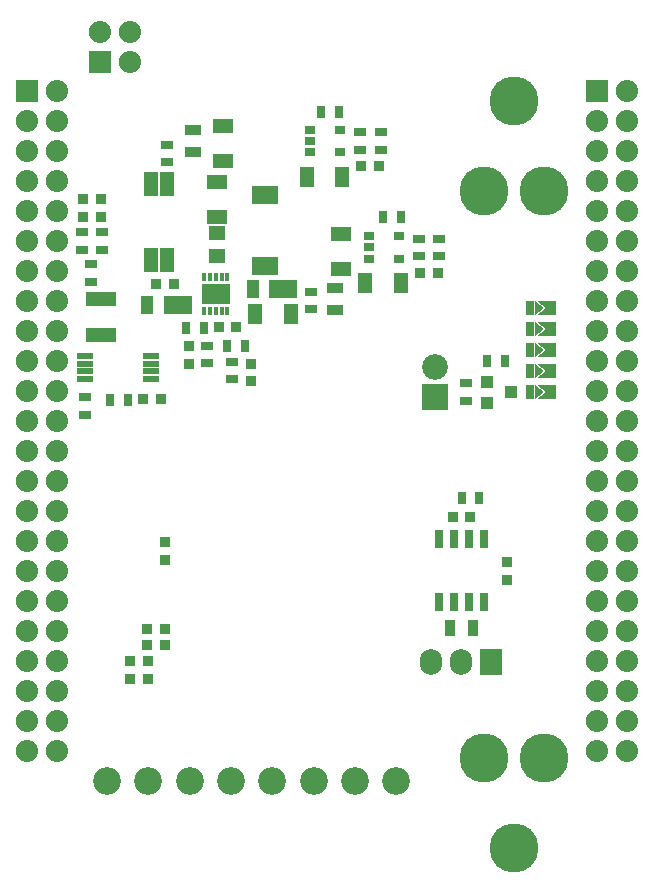
<source format=gbr>
G04 #@! TF.FileFunction,Soldermask,Bot*
%FSLAX46Y46*%
G04 Gerber Fmt 4.6, Leading zero omitted, Abs format (unit mm)*
G04 Created by KiCad (PCBNEW (2015-02-03 BZR 5404)-product) date 9/2/2015 4:33:54 PM*
%MOMM*%
G01*
G04 APERTURE LIST*
%ADD10C,0.100000*%
%ADD11R,0.902400X0.952400*%
%ADD12R,2.652400X1.152400*%
%ADD13R,0.952400X0.902400*%
%ADD14R,1.152400X1.752400*%
%ADD15R,1.752400X1.152400*%
%ADD16R,1.402400X1.152400*%
%ADD17R,1.052400X1.552400*%
%ADD18R,2.352400X1.552400*%
%ADD19R,0.802000X1.202000*%
%ADD20R,2.252400X1.552400*%
%ADD21R,1.152400X2.152400*%
%ADD22O,2.352400X2.352400*%
%ADD23R,1.879600X1.879600*%
%ADD24O,1.879600X1.879600*%
%ADD25C,4.152400*%
%ADD26R,1.066800X1.066800*%
%ADD27R,1.052400X0.652400*%
%ADD28R,0.652400X1.052400*%
%ADD29R,0.852400X1.452400*%
%ADD30R,1.452400X0.852400*%
%ADD31R,1.371600X0.482600*%
%ADD32R,0.914400X0.660400*%
%ADD33R,0.351600X0.801600*%
%ADD34R,2.481600X1.751600*%
%ADD35C,0.551600*%
%ADD36R,0.751840X1.551940*%
%ADD37R,1.879600X2.184400*%
%ADD38O,1.879600X2.184400*%
%ADD39R,2.184400X2.184400*%
%ADD40O,2.184400X2.184400*%
G04 APERTURE END LIST*
D10*
D11*
X36068000Y-93357000D03*
X36068000Y-94857000D03*
D12*
X33591500Y-65762000D03*
X33591500Y-62762000D03*
D13*
X37502400Y-90627200D03*
X39002400Y-90627200D03*
D11*
X39014400Y-83324000D03*
X39014400Y-84824000D03*
D13*
X37502400Y-92049600D03*
X39002400Y-92049600D03*
D11*
X37592000Y-94857000D03*
X37592000Y-93357000D03*
D13*
X63372300Y-81216500D03*
X64872300Y-81216500D03*
D11*
X67995800Y-86475000D03*
X67995800Y-84975000D03*
D13*
X38659500Y-71183500D03*
X37159500Y-71183500D03*
X62091000Y-60515500D03*
X60591000Y-60515500D03*
D11*
X46278800Y-68185600D03*
X46278800Y-69685600D03*
D14*
X55967500Y-61341000D03*
X58967500Y-61341000D03*
D15*
X53898800Y-57224800D03*
X53898800Y-60224800D03*
D14*
X46658400Y-63957200D03*
X49658400Y-63957200D03*
D16*
X43434000Y-57115200D03*
X43434000Y-59115200D03*
D13*
X45047600Y-65125600D03*
X43547600Y-65125600D03*
D11*
X32054800Y-54266400D03*
X32054800Y-55766400D03*
X33629600Y-55766400D03*
X33629600Y-54266400D03*
D14*
X54014500Y-52387500D03*
X51014500Y-52387500D03*
D15*
X43891200Y-48080800D03*
X43891200Y-51080800D03*
X43408600Y-52779800D03*
X43408600Y-55779800D03*
D11*
X41059100Y-68212400D03*
X41059100Y-66712400D03*
D13*
X55638000Y-51498500D03*
X57138000Y-51498500D03*
X39739000Y-61468000D03*
X38239000Y-61468000D03*
D17*
X46484500Y-61849000D03*
D18*
X49034500Y-61849000D03*
D17*
X37531000Y-63220600D03*
D18*
X40081000Y-63220600D03*
D19*
X69920000Y-65278000D03*
D10*
G36*
X70319000Y-65879000D02*
X70319000Y-64677000D01*
X71121000Y-65277000D01*
X71121000Y-65279000D01*
X70319000Y-65879000D01*
X70319000Y-65879000D01*
G37*
G36*
X70479000Y-65879000D02*
X71279000Y-65277000D01*
X71281000Y-65277000D01*
X72081000Y-65879000D01*
X70479000Y-65879000D01*
X70479000Y-65879000D01*
G37*
G36*
X71279000Y-65279000D02*
X70479000Y-64677000D01*
X72081000Y-64677000D01*
X71281000Y-65279000D01*
X71279000Y-65279000D01*
X71279000Y-65279000D01*
G37*
G36*
X71279000Y-65279000D02*
X71279000Y-65277000D01*
X72081000Y-64677000D01*
X72081000Y-65879000D01*
X71279000Y-65279000D01*
X71279000Y-65279000D01*
G37*
D19*
X69920000Y-67056000D03*
D10*
G36*
X70319000Y-67657000D02*
X70319000Y-66455000D01*
X71121000Y-67055000D01*
X71121000Y-67057000D01*
X70319000Y-67657000D01*
X70319000Y-67657000D01*
G37*
G36*
X70479000Y-67657000D02*
X71279000Y-67055000D01*
X71281000Y-67055000D01*
X72081000Y-67657000D01*
X70479000Y-67657000D01*
X70479000Y-67657000D01*
G37*
G36*
X71279000Y-67057000D02*
X70479000Y-66455000D01*
X72081000Y-66455000D01*
X71281000Y-67057000D01*
X71279000Y-67057000D01*
X71279000Y-67057000D01*
G37*
G36*
X71279000Y-67057000D02*
X71279000Y-67055000D01*
X72081000Y-66455000D01*
X72081000Y-67657000D01*
X71279000Y-67057000D01*
X71279000Y-67057000D01*
G37*
D19*
X69920000Y-70612000D03*
D10*
G36*
X70319000Y-71213000D02*
X70319000Y-70011000D01*
X71121000Y-70611000D01*
X71121000Y-70613000D01*
X70319000Y-71213000D01*
X70319000Y-71213000D01*
G37*
G36*
X70479000Y-71213000D02*
X71279000Y-70611000D01*
X71281000Y-70611000D01*
X72081000Y-71213000D01*
X70479000Y-71213000D01*
X70479000Y-71213000D01*
G37*
G36*
X71279000Y-70613000D02*
X70479000Y-70011000D01*
X72081000Y-70011000D01*
X71281000Y-70613000D01*
X71279000Y-70613000D01*
X71279000Y-70613000D01*
G37*
G36*
X71279000Y-70613000D02*
X71279000Y-70611000D01*
X72081000Y-70011000D01*
X72081000Y-71213000D01*
X71279000Y-70613000D01*
X71279000Y-70613000D01*
G37*
D19*
X69920000Y-68834000D03*
D10*
G36*
X70319000Y-69435000D02*
X70319000Y-68233000D01*
X71121000Y-68833000D01*
X71121000Y-68835000D01*
X70319000Y-69435000D01*
X70319000Y-69435000D01*
G37*
G36*
X70479000Y-69435000D02*
X71279000Y-68833000D01*
X71281000Y-68833000D01*
X72081000Y-69435000D01*
X70479000Y-69435000D01*
X70479000Y-69435000D01*
G37*
G36*
X71279000Y-68835000D02*
X70479000Y-68233000D01*
X72081000Y-68233000D01*
X71281000Y-68835000D01*
X71279000Y-68835000D01*
X71279000Y-68835000D01*
G37*
G36*
X71279000Y-68835000D02*
X71279000Y-68833000D01*
X72081000Y-68233000D01*
X72081000Y-69435000D01*
X71279000Y-68835000D01*
X71279000Y-68835000D01*
G37*
D19*
X69920000Y-63500000D03*
D10*
G36*
X70319000Y-64101000D02*
X70319000Y-62899000D01*
X71121000Y-63499000D01*
X71121000Y-63501000D01*
X70319000Y-64101000D01*
X70319000Y-64101000D01*
G37*
G36*
X70479000Y-64101000D02*
X71279000Y-63499000D01*
X71281000Y-63499000D01*
X72081000Y-64101000D01*
X70479000Y-64101000D01*
X70479000Y-64101000D01*
G37*
G36*
X71279000Y-63501000D02*
X70479000Y-62899000D01*
X72081000Y-62899000D01*
X71281000Y-63501000D01*
X71279000Y-63501000D01*
X71279000Y-63501000D01*
G37*
G36*
X71279000Y-63501000D02*
X71279000Y-63499000D01*
X72081000Y-62899000D01*
X72081000Y-64101000D01*
X71279000Y-63501000D01*
X71279000Y-63501000D01*
G37*
D20*
X47498000Y-59946800D03*
X47498000Y-53946800D03*
D21*
X39206400Y-59404800D03*
X37806400Y-59404800D03*
X37806400Y-52964800D03*
X39206400Y-52964800D03*
D22*
X58605000Y-103505000D03*
X55105000Y-103505000D03*
X51605000Y-103505000D03*
X48105000Y-103505000D03*
X44605000Y-103505000D03*
X41105000Y-103505000D03*
X37605000Y-103505000D03*
X34105000Y-103505000D03*
D23*
X75565000Y-45085000D03*
D24*
X78105000Y-45085000D03*
X75565000Y-47625000D03*
X78105000Y-47625000D03*
X75565000Y-50165000D03*
X78105000Y-50165000D03*
X75565000Y-52705000D03*
X78105000Y-52705000D03*
X75565000Y-55245000D03*
X78105000Y-55245000D03*
X75565000Y-57785000D03*
X78105000Y-57785000D03*
X75565000Y-60325000D03*
X78105000Y-60325000D03*
X75565000Y-62865000D03*
X78105000Y-62865000D03*
X75565000Y-65405000D03*
X78105000Y-65405000D03*
X75565000Y-67945000D03*
X78105000Y-67945000D03*
X75565000Y-70485000D03*
X78105000Y-70485000D03*
X75565000Y-73025000D03*
X78105000Y-73025000D03*
X75565000Y-75565000D03*
X78105000Y-75565000D03*
X75565000Y-78105000D03*
X78105000Y-78105000D03*
X75565000Y-80645000D03*
X78105000Y-80645000D03*
X75565000Y-83185000D03*
X78105000Y-83185000D03*
X75565000Y-85725000D03*
X78105000Y-85725000D03*
X75565000Y-88265000D03*
X78105000Y-88265000D03*
X75565000Y-90805000D03*
X78105000Y-90805000D03*
X75565000Y-93345000D03*
X78105000Y-93345000D03*
X75565000Y-95885000D03*
X78105000Y-95885000D03*
X75565000Y-98425000D03*
X78105000Y-98425000D03*
X75565000Y-100965000D03*
X78105000Y-100965000D03*
D23*
X27305000Y-45085000D03*
D24*
X29845000Y-45085000D03*
X27305000Y-47625000D03*
X29845000Y-47625000D03*
X27305000Y-50165000D03*
X29845000Y-50165000D03*
X27305000Y-52705000D03*
X29845000Y-52705000D03*
X27305000Y-55245000D03*
X29845000Y-55245000D03*
X27305000Y-57785000D03*
X29845000Y-57785000D03*
X27305000Y-60325000D03*
X29845000Y-60325000D03*
X27305000Y-62865000D03*
X29845000Y-62865000D03*
X27305000Y-65405000D03*
X29845000Y-65405000D03*
X27305000Y-67945000D03*
X29845000Y-67945000D03*
X27305000Y-70485000D03*
X29845000Y-70485000D03*
X27305000Y-73025000D03*
X29845000Y-73025000D03*
X27305000Y-75565000D03*
X29845000Y-75565000D03*
X27305000Y-78105000D03*
X29845000Y-78105000D03*
X27305000Y-80645000D03*
X29845000Y-80645000D03*
X27305000Y-83185000D03*
X29845000Y-83185000D03*
X27305000Y-85725000D03*
X29845000Y-85725000D03*
X27305000Y-88265000D03*
X29845000Y-88265000D03*
X27305000Y-90805000D03*
X29845000Y-90805000D03*
X27305000Y-93345000D03*
X29845000Y-93345000D03*
X27305000Y-95885000D03*
X29845000Y-95885000D03*
X27305000Y-98425000D03*
X29845000Y-98425000D03*
X27305000Y-100965000D03*
X29845000Y-100965000D03*
D25*
X71120000Y-53594000D03*
X66040000Y-53594000D03*
X68580000Y-45974000D03*
D23*
X33528000Y-42672000D03*
D24*
X33528000Y-40132000D03*
X36068000Y-42672000D03*
X36068000Y-40132000D03*
D25*
X66040000Y-101600000D03*
X71120000Y-101600000D03*
X68580000Y-109220000D03*
D26*
X66294000Y-69723000D03*
X66294000Y-71501000D03*
X68326000Y-70612000D03*
D27*
X32766000Y-61265500D03*
X32766000Y-59765500D03*
D28*
X66306000Y-67945000D03*
X67806000Y-67945000D03*
D27*
X64516000Y-71362000D03*
X64516000Y-69862000D03*
D29*
X63172300Y-90614500D03*
X65072300Y-90614500D03*
D27*
X32258000Y-72505000D03*
X32258000Y-71005000D03*
D28*
X35865500Y-71247000D03*
X34365500Y-71247000D03*
X65634300Y-79565500D03*
X64134300Y-79565500D03*
D30*
X53390800Y-61788000D03*
X53390800Y-63688000D03*
D27*
X60515500Y-59106500D03*
X60515500Y-57606500D03*
X44665900Y-69533200D03*
X44665900Y-68033200D03*
X62230000Y-59106500D03*
X62230000Y-57606500D03*
D28*
X58979500Y-55753000D03*
X57479500Y-55753000D03*
X44296900Y-66687700D03*
X45796900Y-66687700D03*
D27*
X32004000Y-57060400D03*
X32004000Y-58560400D03*
D28*
X42304400Y-65176400D03*
X40804400Y-65176400D03*
X52209000Y-46863000D03*
X53709000Y-46863000D03*
D27*
X33680400Y-57060400D03*
X33680400Y-58560400D03*
X57277000Y-50089500D03*
X57277000Y-48589500D03*
X42595800Y-66661600D03*
X42595800Y-68161600D03*
X55562500Y-48589500D03*
X55562500Y-50089500D03*
D30*
X41351200Y-48376800D03*
X41351200Y-50276800D03*
D31*
X37851080Y-67541140D03*
X37851080Y-68191380D03*
X37851080Y-68841620D03*
X37851080Y-69491860D03*
X32252920Y-69491860D03*
X32252920Y-68841620D03*
X32252920Y-68191380D03*
X32252920Y-67541140D03*
D32*
X56324500Y-59309000D03*
X56324500Y-57404000D03*
X58864500Y-59309000D03*
X56324500Y-58356500D03*
X58864500Y-57404000D03*
D33*
X44307000Y-63718500D03*
X43807000Y-63718500D03*
X43307000Y-63718500D03*
X42807000Y-63718500D03*
X42307000Y-63718500D03*
X42307000Y-60868500D03*
X42807000Y-60868500D03*
X43307000Y-60868500D03*
X43807000Y-60868500D03*
X44307000Y-60868500D03*
D34*
X43307000Y-62293500D03*
D35*
X44207000Y-61893500D03*
X43607000Y-61893500D03*
X43007000Y-61893500D03*
X42407000Y-61893500D03*
X44207000Y-62693500D03*
X43607000Y-62693500D03*
X43007000Y-62693500D03*
X42407000Y-62693500D03*
D32*
X51308000Y-50292000D03*
X51308000Y-48387000D03*
X53848000Y-50292000D03*
X51308000Y-49339500D03*
X53848000Y-48387000D03*
D36*
X62217300Y-88392000D03*
X62217300Y-83058000D03*
X63487300Y-88392000D03*
X64757300Y-88392000D03*
X66027300Y-88392000D03*
X63487300Y-83058000D03*
X64757300Y-83058000D03*
X66027300Y-83058000D03*
D27*
X51409600Y-63589600D03*
X51409600Y-62089600D03*
X39217600Y-49643600D03*
X39217600Y-51143600D03*
D37*
X66649600Y-93472000D03*
D38*
X64109600Y-93472000D03*
X61569600Y-93472000D03*
D39*
X61874400Y-71018400D03*
D40*
X61874400Y-68478400D03*
M02*

</source>
